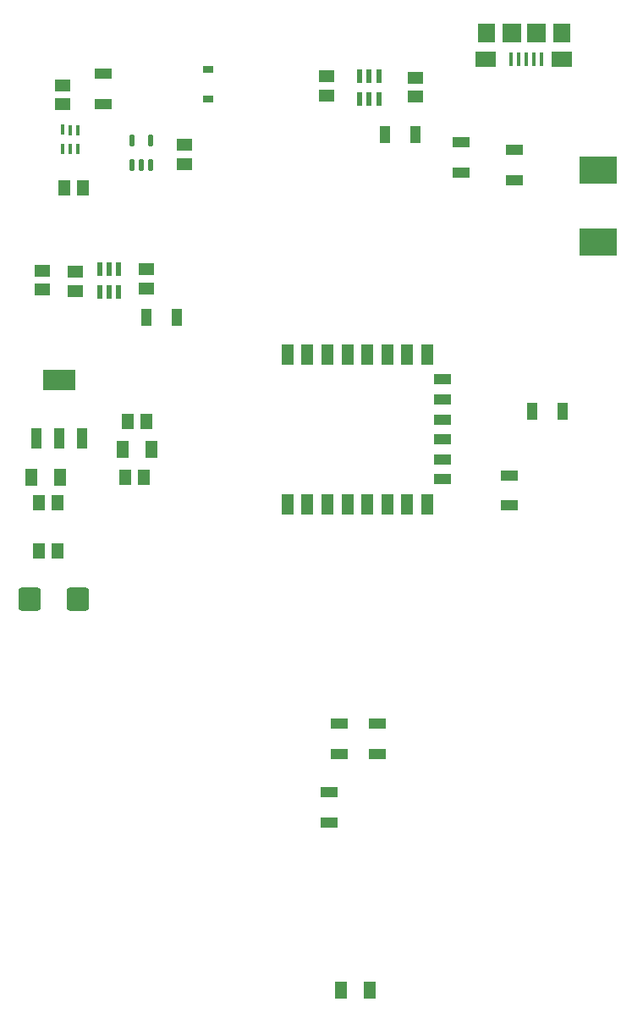
<source format=gtp>
G04 Layer_Color=8421504*
%FSLAX44Y44*%
%MOMM*%
G71*
G01*
G75*
%ADD10R,0.4000X1.3500*%
%ADD11R,2.1000X1.6000*%
%ADD12R,1.9000X1.9000*%
%ADD13R,1.8000X1.9000*%
G04:AMPARAMS|DCode=14|XSize=0.94mm|YSize=1.77mm|CornerRadius=0.0658mm|HoleSize=0mm|Usage=FLASHONLY|Rotation=90.000|XOffset=0mm|YOffset=0mm|HoleType=Round|Shape=RoundedRectangle|*
%AMROUNDEDRECTD14*
21,1,0.9400,1.6384,0,0,90.0*
21,1,0.8084,1.7700,0,0,90.0*
1,1,0.1316,0.8192,0.4042*
1,1,0.1316,0.8192,-0.4042*
1,1,0.1316,-0.8192,-0.4042*
1,1,0.1316,-0.8192,0.4042*
%
%ADD14ROUNDEDRECTD14*%
G04:AMPARAMS|DCode=15|XSize=1.09mm|YSize=1.77mm|CornerRadius=0.0763mm|HoleSize=0mm|Usage=FLASHONLY|Rotation=90.000|XOffset=0mm|YOffset=0mm|HoleType=Round|Shape=RoundedRectangle|*
%AMROUNDEDRECTD15*
21,1,1.0900,1.6174,0,0,90.0*
21,1,0.9374,1.7700,0,0,90.0*
1,1,0.1526,0.8087,0.4687*
1,1,0.1526,0.8087,-0.4687*
1,1,0.1526,-0.8087,-0.4687*
1,1,0.1526,-0.8087,0.4687*
%
%ADD15ROUNDEDRECTD15*%
%ADD16R,1.2000X2.0000*%
%ADD17R,1.7000X1.1000*%
%ADD18R,1.2000X1.8200*%
%ADD19R,1.3000X1.5000*%
%ADD21R,3.8100X2.7940*%
G04:AMPARAMS|DCode=22|XSize=0.94mm|YSize=1.77mm|CornerRadius=0.0658mm|HoleSize=0mm|Usage=FLASHONLY|Rotation=180.000|XOffset=0mm|YOffset=0mm|HoleType=Round|Shape=RoundedRectangle|*
%AMROUNDEDRECTD22*
21,1,0.9400,1.6384,0,0,180.0*
21,1,0.8084,1.7700,0,0,180.0*
1,1,0.1316,-0.4042,0.8192*
1,1,0.1316,0.4042,0.8192*
1,1,0.1316,0.4042,-0.8192*
1,1,0.1316,-0.4042,-0.8192*
%
%ADD22ROUNDEDRECTD22*%
G04:AMPARAMS|DCode=23|XSize=1.09mm|YSize=1.77mm|CornerRadius=0.0763mm|HoleSize=0mm|Usage=FLASHONLY|Rotation=180.000|XOffset=0mm|YOffset=0mm|HoleType=Round|Shape=RoundedRectangle|*
%AMROUNDEDRECTD23*
21,1,1.0900,1.6174,0,0,180.0*
21,1,0.9374,1.7700,0,0,180.0*
1,1,0.1526,-0.4687,0.8087*
1,1,0.1526,0.4687,0.8087*
1,1,0.1526,0.4687,-0.8087*
1,1,0.1526,-0.4687,-0.8087*
%
%ADD23ROUNDEDRECTD23*%
%ADD24R,1.5000X1.3000*%
%ADD25R,0.5900X1.3700*%
%ADD26R,0.4000X1.0000*%
%ADD27R,1.1000X0.7000*%
G04:AMPARAMS|DCode=28|XSize=1.21mm|YSize=0.59mm|CornerRadius=0.1475mm|HoleSize=0mm|Usage=FLASHONLY|Rotation=90.000|XOffset=0mm|YOffset=0mm|HoleType=Round|Shape=RoundedRectangle|*
%AMROUNDEDRECTD28*
21,1,1.2100,0.2950,0,0,90.0*
21,1,0.9150,0.5900,0,0,90.0*
1,1,0.2950,0.1475,0.4575*
1,1,0.2950,0.1475,-0.4575*
1,1,0.2950,-0.1475,-0.4575*
1,1,0.2950,-0.1475,0.4575*
%
%ADD28ROUNDEDRECTD28*%
G04:AMPARAMS|DCode=29|XSize=2.24mm|YSize=2.32mm|CornerRadius=0.28mm|HoleSize=0mm|Usage=FLASHONLY|Rotation=180.000|XOffset=0mm|YOffset=0mm|HoleType=Round|Shape=RoundedRectangle|*
%AMROUNDEDRECTD29*
21,1,2.2400,1.7600,0,0,180.0*
21,1,1.6800,2.3200,0,0,180.0*
1,1,0.5600,-0.8400,0.8800*
1,1,0.5600,0.8400,0.8800*
1,1,0.5600,0.8400,-0.8800*
1,1,0.5600,-0.8400,-0.8800*
%
%ADD29ROUNDEDRECTD29*%
%ADD30R,1.0000X2.1500*%
%ADD31R,3.2500X2.1500*%
D10*
X1279460Y1223605D02*
D03*
X1287080D02*
D03*
X1271840D02*
D03*
X1294700D02*
D03*
X1264220D02*
D03*
D11*
X1315020D02*
D03*
X1238820D02*
D03*
D12*
X1288920Y1249680D02*
D03*
X1264920D02*
D03*
D13*
X1314920D02*
D03*
X1238920D02*
D03*
D14*
X1214120Y1140460D02*
D03*
X1130300Y528750D02*
D03*
X855980Y1209040D02*
D03*
X1267460Y1102790D02*
D03*
X1092200Y558800D02*
D03*
X1262380Y807290D02*
D03*
X1082040Y490220D02*
D03*
D15*
X1214120Y1110410D02*
D03*
X1130300Y558800D02*
D03*
X855980Y1178990D02*
D03*
X1267460Y1132840D02*
D03*
X1092200Y528750D02*
D03*
X1262380Y777240D02*
D03*
X1082040Y460170D02*
D03*
D16*
X1040100Y778440D02*
D03*
X1060100D02*
D03*
X1080100D02*
D03*
X1100100D02*
D03*
X1120100D02*
D03*
X1140100D02*
D03*
X1160100D02*
D03*
X1180100D02*
D03*
Y928440D02*
D03*
X1160100D02*
D03*
X1140100D02*
D03*
X1120100D02*
D03*
X1100100D02*
D03*
X1080100D02*
D03*
X1060100D02*
D03*
X1040100D02*
D03*
D17*
X1195100Y803440D02*
D03*
Y823440D02*
D03*
Y843440D02*
D03*
Y863440D02*
D03*
Y883440D02*
D03*
Y903440D02*
D03*
D18*
X904240Y833120D02*
D03*
X875040D02*
D03*
X783600Y805180D02*
D03*
X812800D02*
D03*
X1122680Y292100D02*
D03*
X1093480D02*
D03*
D19*
X896620Y805180D02*
D03*
X877620D02*
D03*
X880160Y861060D02*
D03*
X899160D02*
D03*
X816660Y1094740D02*
D03*
X835660D02*
D03*
X791260Y731520D02*
D03*
X810260D02*
D03*
Y779780D02*
D03*
X791260D02*
D03*
D21*
X1351280Y1041275D02*
D03*
Y1112645D02*
D03*
D22*
X899160Y965200D02*
D03*
X1315290Y871220D02*
D03*
X1137920Y1148080D02*
D03*
D23*
X929210Y965200D02*
D03*
X1285240Y871220D02*
D03*
X1167970Y1148080D02*
D03*
D24*
X828040Y991920D02*
D03*
Y1010920D02*
D03*
X815340Y1197560D02*
D03*
Y1178560D02*
D03*
X795020Y993140D02*
D03*
Y1012140D02*
D03*
X937260Y1118920D02*
D03*
Y1137920D02*
D03*
X899160Y994460D02*
D03*
Y1013460D02*
D03*
X1079500Y1187500D02*
D03*
Y1206500D02*
D03*
X1168400Y1186180D02*
D03*
Y1205180D02*
D03*
D25*
X852220Y1014000D02*
D03*
X861720D02*
D03*
X871220D02*
D03*
Y990600D02*
D03*
X861720D02*
D03*
X852220D02*
D03*
X1112520Y1207040D02*
D03*
X1122020D02*
D03*
X1131520D02*
D03*
Y1183640D02*
D03*
X1122020D02*
D03*
X1112520D02*
D03*
D26*
X830565Y1152816D02*
D03*
X822916Y1152942D02*
D03*
X815340Y1153160D02*
D03*
X830691Y1133881D02*
D03*
X823041Y1134006D02*
D03*
X815465Y1134225D02*
D03*
D27*
X960615Y1183880D02*
D03*
Y1213880D02*
D03*
D28*
X884580Y1142850D02*
D03*
X903580D02*
D03*
Y1117750D02*
D03*
X894080D02*
D03*
X884580D02*
D03*
D29*
X781880Y683260D02*
D03*
X830580D02*
D03*
D30*
X788530Y844760D02*
D03*
X811530D02*
D03*
X834530D02*
D03*
D31*
X811530Y902760D02*
D03*
M02*

</source>
